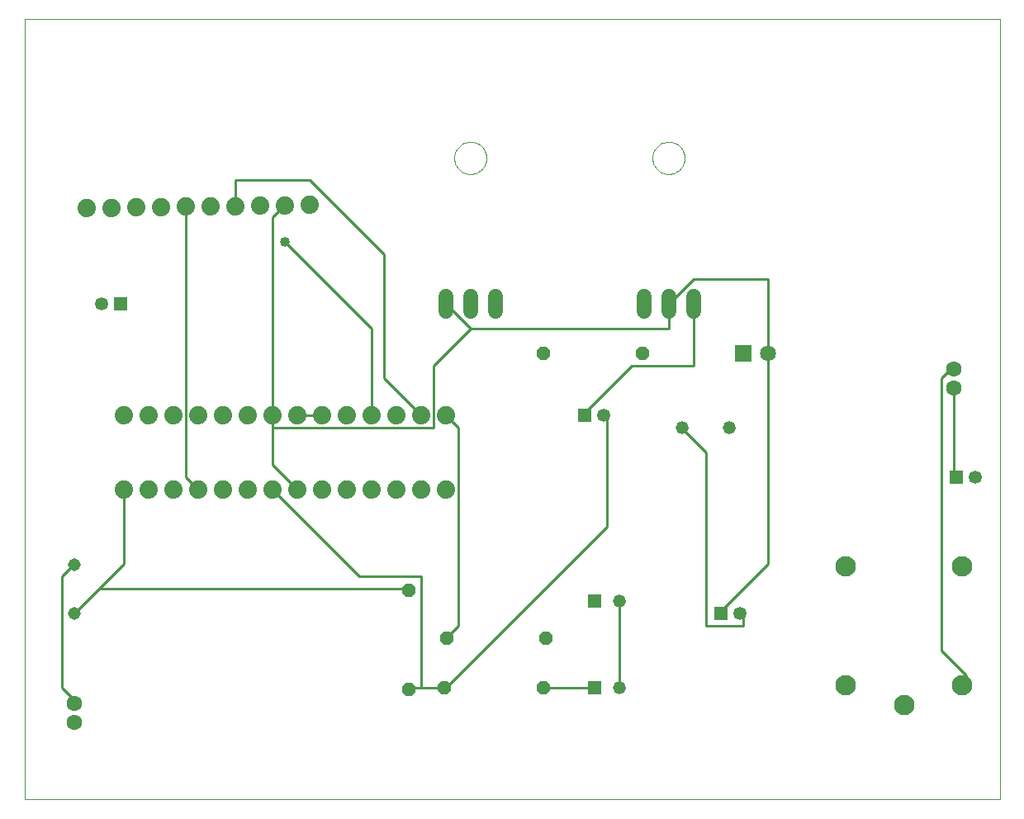
<source format=gtl>
G75*
%MOIN*%
%OFA0B0*%
%FSLAX24Y24*%
%IPPOS*%
%LPD*%
%AMOC8*
5,1,8,0,0,1.08239X$1,22.5*
%
%ADD10C,0.0000*%
%ADD11C,0.0740*%
%ADD12C,0.0630*%
%ADD13C,0.0600*%
%ADD14C,0.0515*%
%ADD15C,0.0520*%
%ADD16R,0.0531X0.0531*%
%ADD17C,0.0531*%
%ADD18OC8,0.0520*%
%ADD19R,0.0520X0.0520*%
%ADD20R,0.0650X0.0650*%
%ADD21C,0.0650*%
%ADD22C,0.0827*%
%ADD23C,0.0100*%
%ADD24C,0.0400*%
D10*
X004150Y000100D02*
X004150Y031596D01*
X043520Y031596D01*
X043520Y000100D01*
X004150Y000100D01*
X021500Y026000D02*
X021502Y026050D01*
X021508Y026100D01*
X021518Y026150D01*
X021531Y026198D01*
X021548Y026246D01*
X021569Y026292D01*
X021593Y026336D01*
X021621Y026378D01*
X021652Y026418D01*
X021686Y026455D01*
X021723Y026490D01*
X021762Y026521D01*
X021803Y026550D01*
X021847Y026575D01*
X021893Y026597D01*
X021940Y026615D01*
X021988Y026629D01*
X022037Y026640D01*
X022087Y026647D01*
X022137Y026650D01*
X022188Y026649D01*
X022238Y026644D01*
X022288Y026635D01*
X022336Y026623D01*
X022384Y026606D01*
X022430Y026586D01*
X022475Y026563D01*
X022518Y026536D01*
X022558Y026506D01*
X022596Y026473D01*
X022631Y026437D01*
X022664Y026398D01*
X022693Y026357D01*
X022719Y026314D01*
X022742Y026269D01*
X022761Y026222D01*
X022776Y026174D01*
X022788Y026125D01*
X022796Y026075D01*
X022800Y026025D01*
X022800Y025975D01*
X022796Y025925D01*
X022788Y025875D01*
X022776Y025826D01*
X022761Y025778D01*
X022742Y025731D01*
X022719Y025686D01*
X022693Y025643D01*
X022664Y025602D01*
X022631Y025563D01*
X022596Y025527D01*
X022558Y025494D01*
X022518Y025464D01*
X022475Y025437D01*
X022430Y025414D01*
X022384Y025394D01*
X022336Y025377D01*
X022288Y025365D01*
X022238Y025356D01*
X022188Y025351D01*
X022137Y025350D01*
X022087Y025353D01*
X022037Y025360D01*
X021988Y025371D01*
X021940Y025385D01*
X021893Y025403D01*
X021847Y025425D01*
X021803Y025450D01*
X021762Y025479D01*
X021723Y025510D01*
X021686Y025545D01*
X021652Y025582D01*
X021621Y025622D01*
X021593Y025664D01*
X021569Y025708D01*
X021548Y025754D01*
X021531Y025802D01*
X021518Y025850D01*
X021508Y025900D01*
X021502Y025950D01*
X021500Y026000D01*
X029500Y026000D02*
X029502Y026050D01*
X029508Y026100D01*
X029518Y026150D01*
X029531Y026198D01*
X029548Y026246D01*
X029569Y026292D01*
X029593Y026336D01*
X029621Y026378D01*
X029652Y026418D01*
X029686Y026455D01*
X029723Y026490D01*
X029762Y026521D01*
X029803Y026550D01*
X029847Y026575D01*
X029893Y026597D01*
X029940Y026615D01*
X029988Y026629D01*
X030037Y026640D01*
X030087Y026647D01*
X030137Y026650D01*
X030188Y026649D01*
X030238Y026644D01*
X030288Y026635D01*
X030336Y026623D01*
X030384Y026606D01*
X030430Y026586D01*
X030475Y026563D01*
X030518Y026536D01*
X030558Y026506D01*
X030596Y026473D01*
X030631Y026437D01*
X030664Y026398D01*
X030693Y026357D01*
X030719Y026314D01*
X030742Y026269D01*
X030761Y026222D01*
X030776Y026174D01*
X030788Y026125D01*
X030796Y026075D01*
X030800Y026025D01*
X030800Y025975D01*
X030796Y025925D01*
X030788Y025875D01*
X030776Y025826D01*
X030761Y025778D01*
X030742Y025731D01*
X030719Y025686D01*
X030693Y025643D01*
X030664Y025602D01*
X030631Y025563D01*
X030596Y025527D01*
X030558Y025494D01*
X030518Y025464D01*
X030475Y025437D01*
X030430Y025414D01*
X030384Y025394D01*
X030336Y025377D01*
X030288Y025365D01*
X030238Y025356D01*
X030188Y025351D01*
X030137Y025350D01*
X030087Y025353D01*
X030037Y025360D01*
X029988Y025371D01*
X029940Y025385D01*
X029893Y025403D01*
X029847Y025425D01*
X029803Y025450D01*
X029762Y025479D01*
X029723Y025510D01*
X029686Y025545D01*
X029652Y025582D01*
X029621Y025622D01*
X029593Y025664D01*
X029569Y025708D01*
X029548Y025754D01*
X029531Y025802D01*
X029518Y025850D01*
X029508Y025900D01*
X029502Y025950D01*
X029500Y026000D01*
D11*
X015650Y024100D03*
X014650Y024086D03*
X013650Y024072D03*
X012650Y024058D03*
X011650Y024044D03*
X010650Y024030D03*
X009651Y024016D03*
X008651Y024002D03*
X007651Y023988D03*
X006651Y023974D03*
X008150Y015600D03*
X009150Y015600D03*
X010150Y015600D03*
X011150Y015600D03*
X012150Y015600D03*
X013150Y015600D03*
X014150Y015600D03*
X015150Y015600D03*
X016150Y015600D03*
X017150Y015600D03*
X018150Y015600D03*
X019150Y015600D03*
X020150Y015600D03*
X021150Y015600D03*
X021150Y012600D03*
X020150Y012600D03*
X019150Y012600D03*
X018150Y012600D03*
X017150Y012600D03*
X016150Y012600D03*
X015150Y012600D03*
X014150Y012600D03*
X013150Y012600D03*
X012150Y012600D03*
X011150Y012600D03*
X010150Y012600D03*
X009150Y012600D03*
X008150Y012600D03*
D12*
X006150Y003994D03*
X006150Y003206D03*
X041650Y016706D03*
X041650Y017494D03*
D13*
X031150Y019800D02*
X031150Y020400D01*
X030150Y020400D02*
X030150Y019800D01*
X029150Y019800D02*
X029150Y020400D01*
X023150Y020400D02*
X023150Y019800D01*
X022150Y019800D02*
X022150Y020400D01*
X021150Y020400D02*
X021150Y019800D01*
D14*
X006150Y009584D03*
X006150Y007616D03*
D15*
X028150Y008100D03*
X028150Y004600D03*
X030700Y015100D03*
X032600Y015100D03*
D16*
X026756Y015600D03*
X032256Y007600D03*
X041756Y013100D03*
X008044Y020100D03*
D17*
X007256Y020100D03*
X027544Y015600D03*
X033044Y007600D03*
X042544Y013100D03*
D18*
X029100Y018100D03*
X025100Y018100D03*
X019650Y008550D03*
X021200Y006600D03*
X021100Y004600D03*
X019650Y004550D03*
X025100Y004600D03*
X025200Y006600D03*
D19*
X027150Y008100D03*
X027150Y004600D03*
D20*
X033150Y018100D03*
D21*
X034150Y018100D03*
D22*
X037288Y009502D03*
X042012Y009502D03*
X042012Y004698D03*
X039650Y003911D03*
X037288Y004698D03*
D23*
X041150Y006100D02*
X041150Y017100D01*
X041650Y017600D01*
X041650Y017494D01*
X041650Y016706D02*
X041650Y013100D01*
X041756Y013100D01*
X034150Y009600D02*
X034150Y018100D01*
X034150Y018100D01*
X034150Y021100D01*
X031150Y021100D01*
X030150Y020100D01*
X030150Y019100D01*
X022150Y019100D01*
X020650Y017600D01*
X020650Y015100D01*
X014150Y015100D01*
X014150Y013600D01*
X015150Y012600D01*
X014150Y012600D02*
X017650Y009100D01*
X020150Y009100D01*
X020150Y004600D01*
X019650Y004600D01*
X019650Y004550D01*
X020150Y004600D02*
X021100Y004600D01*
X021150Y004600D01*
X027650Y011100D01*
X027650Y015600D01*
X027544Y015600D01*
X026756Y015600D02*
X026650Y015600D01*
X028650Y017600D01*
X031150Y017600D01*
X031150Y020100D01*
X030700Y015100D02*
X030650Y015100D01*
X031650Y014100D01*
X031650Y007100D01*
X033150Y007100D01*
X033150Y007600D01*
X033044Y007600D01*
X032256Y007600D02*
X032150Y007600D01*
X034150Y009600D01*
X028150Y008100D02*
X028150Y004600D01*
X027150Y004600D02*
X025100Y004600D01*
X021650Y007100D02*
X021650Y015100D01*
X021150Y015600D01*
X020150Y015600D02*
X018650Y017100D01*
X018650Y022100D01*
X015650Y025100D01*
X012650Y025100D01*
X012650Y024100D01*
X012650Y024058D01*
X014150Y023600D02*
X014150Y015600D01*
X014150Y015100D01*
X015150Y015600D02*
X016150Y015600D01*
X018150Y015600D02*
X018150Y019100D01*
X014650Y022600D01*
X014150Y023600D02*
X014650Y024100D01*
X014650Y024086D01*
X010650Y024100D02*
X010650Y024030D01*
X010650Y024100D02*
X010650Y013100D01*
X011150Y012600D01*
X008150Y012600D02*
X008150Y009600D01*
X007150Y008600D01*
X019650Y008600D01*
X019650Y008550D01*
X021150Y006600D02*
X021650Y007100D01*
X021200Y006600D02*
X021150Y006600D01*
X007150Y008600D02*
X006150Y007600D01*
X006150Y007616D01*
X005650Y009100D02*
X005650Y004600D01*
X006150Y004100D01*
X006150Y003994D01*
X005650Y009100D02*
X006150Y009600D01*
X006150Y009584D01*
X021150Y020100D02*
X022150Y019100D01*
X041150Y006100D02*
X042150Y005100D01*
X042012Y004698D01*
D24*
X014650Y022600D03*
M02*

</source>
